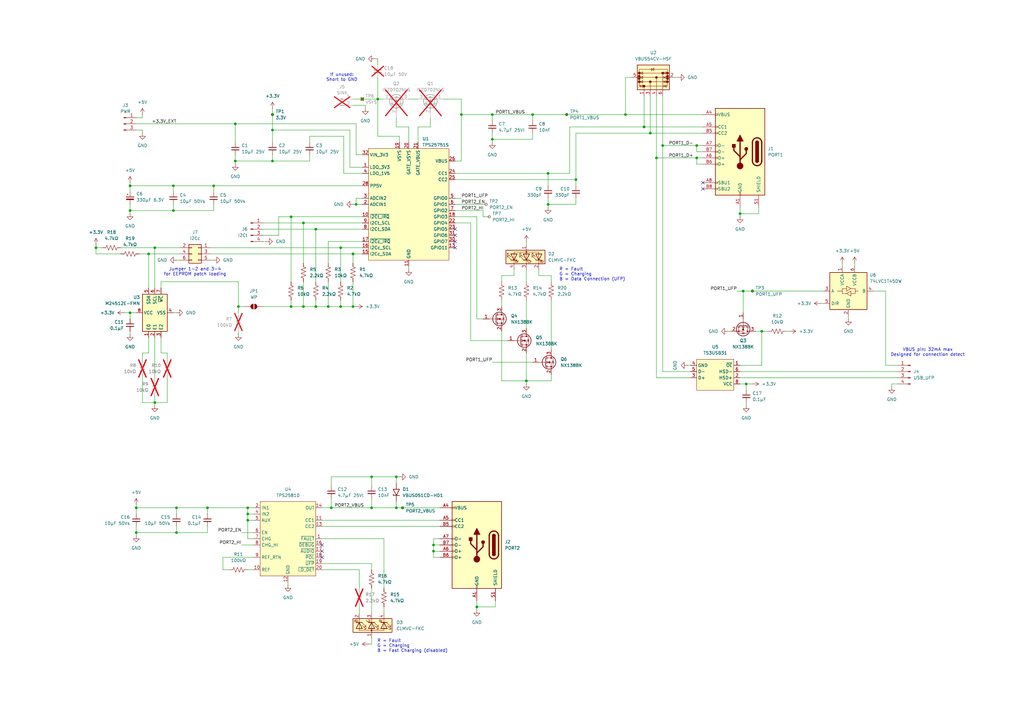
<source format=kicad_sch>
(kicad_sch (version 20250114) (generator "eeschema") (generator_version "9.0")
  (paper "A3")
  (text "Jumper 1-2 and 3-4\nfor EEPROM patch loading" (at 80.01 111.506 0) (effects (font (size 1.27 1.27))))
  (text "VBUS pin: 32mA max\nDesigned for connection detect" (at 380.492 144.526 0) (effects (font (size 1.27 1.27))))
  (text "R = Fault\nG = Charging\nB = Fast Charging (disabled)" (at 154.686 264.922 0) (effects (font (size 1.27 1.27)) (justify left)))
  (text "R = Fault\nG = Charging\nB = Data Connection (UFP)" (at 229.362 112.522 0) (effects (font (size 1.27 1.27)) (justify left)))
  (text "If unused:\nShort to GND" (at 140.208 31.75 0) (effects (font (size 1.27 1.27))))
  (junction (at 201.93 57.15))
  (junction (at 53.34 76.2))
  (junction (at 129.54 125.73))
  (junction (at 144.78 104.14))
  (junction (at 271.78 59.69))
  (junction (at 124.46 125.73))
  (junction (at 111.76 46.99))
  (junction (at 111.76 53.34))
  (junction (at 224.79 71.12))
  (junction (at 264.16 52.07))
  (junction (at 63.5 165.1))
  (junction (at 119.38 88.9))
  (junction (at 306.07 157.48))
  (junction (at 96.52 50.8))
  (junction (at 162.56 195.58))
  (junction (at 177.8 223.52))
  (junction (at 101.6 213.36))
  (junction (at 154.94 40.64))
  (junction (at 303.53 87.63))
  (junction (at 177.8 226.06))
  (junction (at 129.54 93.98))
  (junction (at 304.8 119.38))
  (junction (at 53.34 128.27))
  (junction (at 39.37 101.6))
  (junction (at 63.5 101.6))
  (junction (at 111.76 66.04))
  (junction (at 134.62 125.73))
  (junction (at 162.56 208.28))
  (junction (at 224.79 83.82))
  (junction (at 308.61 119.38))
  (junction (at 285.75 64.77))
  (junction (at 135.89 208.28))
  (junction (at 87.63 76.2))
  (junction (at 71.12 76.2))
  (junction (at 269.24 64.77))
  (junction (at 97.79 125.73))
  (junction (at 119.38 125.73))
  (junction (at 72.39 218.44))
  (junction (at 53.34 86.36))
  (junction (at 165.1 208.28))
  (junction (at 124.46 91.44))
  (junction (at 85.09 208.28))
  (junction (at 256.54 46.99))
  (junction (at 72.39 208.28))
  (junction (at 96.52 66.04))
  (junction (at 312.42 135.89))
  (junction (at 232.41 46.99))
  (junction (at 71.12 86.36))
  (junction (at 146.05 83.82))
  (junction (at 152.4 195.58))
  (junction (at 152.4 208.28))
  (junction (at 101.6 210.82))
  (junction (at 139.7 125.73))
  (junction (at 139.7 101.6))
  (junction (at 189.23 46.99))
  (junction (at 266.7 54.61))
  (junction (at 55.88 208.28))
  (junction (at 201.93 46.99))
  (junction (at 285.75 59.69))
  (junction (at 236.22 73.66))
  (junction (at 195.58 248.92))
  (junction (at 148.59 40.64))
  (junction (at 215.9 156.21))
  (junction (at 55.88 218.44))
  (junction (at 218.44 46.99))
  (junction (at 144.78 125.73))
  (junction (at 101.6 208.28))
  (junction (at 60.96 104.14))
  (no_connect (at 186.69 93.98))
  (no_connect (at 288.29 74.93))
  (no_connect (at 132.08 223.52))
  (no_connect (at 288.29 77.47))
  (no_connect (at 132.08 226.06))
  (no_connect (at 186.69 99.06))
  (no_connect (at 186.69 101.6))
  (no_connect (at 132.08 228.6))
  (no_connect (at 186.69 96.52))
  (wire (pts (xy 281.94 149.86) (xy 283.21 149.86)))
  (wire (pts (xy 86.36 106.68) (xy 87.63 106.68)))
  (wire (pts (xy 226.06 123.19) (xy 226.06 143.51)))
  (wire (pts (xy 236.22 54.61) (xy 236.22 73.66)))
  (wire (pts (xy 144.78 40.64) (xy 148.59 40.64)))
  (wire (pts (xy 189.23 46.99) (xy 201.93 46.99)))
  (wire (pts (xy 111.76 46.99) (xy 111.76 53.34)))
  (wire (pts (xy 71.12 86.36) (xy 53.34 86.36)))
  (wire (pts (xy 60.96 104.14) (xy 73.66 104.14)))
  (wire (pts (xy 162.56 52.07) (xy 162.56 48.26)))
  (wire (pts (xy 271.78 39.37) (xy 271.78 59.69)))
  (wire (pts (xy 154.94 40.64) (xy 157.48 40.64)))
  (wire (pts (xy 306.07 157.48) (xy 306.07 160.02)))
  (wire (pts (xy 53.34 130.81) (xy 53.34 128.27)))
  (wire (pts (xy 271.78 59.69) (xy 271.78 152.4)))
  (wire (pts (xy 288.29 62.23) (xy 285.75 62.23)))
  (wire (pts (xy 189.23 46.99) (xy 189.23 66.04)))
  (wire (pts (xy 167.64 58.42) (xy 167.64 52.07)))
  (wire (pts (xy 224.79 71.12) (xy 224.79 76.2)))
  (wire (pts (xy 124.46 115.57) (xy 124.46 125.73)))
  (wire (pts (xy 218.44 46.99) (xy 218.44 49.53)))
  (wire (pts (xy 152.4 261.62) (xy 152.4 264.16)))
  (wire (pts (xy 127 66.04) (xy 127 63.5)))
  (wire (pts (xy 205.74 156.21) (xy 215.9 156.21)))
  (wire (pts (xy 71.12 76.2) (xy 71.12 78.74)))
  (wire (pts (xy 101.6 220.98) (xy 101.6 213.36)))
  (wire (pts (xy 153.67 24.13) (xy 154.94 24.13)))
  (wire (pts (xy 233.68 52.07) (xy 264.16 52.07)))
  (wire (pts (xy 162.56 208.28) (xy 165.1 208.28)))
  (wire (pts (xy 306.07 157.48) (xy 308.61 157.48)))
  (wire (pts (xy 148.59 63.5) (xy 146.05 63.5)))
  (wire (pts (xy 266.7 54.61) (xy 288.29 54.61)))
  (wire (pts (xy 107.95 125.73) (xy 119.38 125.73)))
  (wire (pts (xy 53.34 74.93) (xy 53.34 76.2)))
  (wire (pts (xy 224.79 71.12) (xy 233.68 71.12)))
  (wire (pts (xy 152.4 233.68) (xy 152.4 231.14)))
  (wire (pts (xy 181.61 40.64) (xy 189.23 40.64)))
  (wire (pts (xy 57.15 104.14) (xy 60.96 104.14)))
  (wire (pts (xy 215.9 123.19) (xy 215.9 134.62)))
  (wire (pts (xy 58.42 144.78) (xy 58.42 147.32)))
  (wire (pts (xy 220.98 113.03) (xy 226.06 113.03)))
  (wire (pts (xy 58.42 53.34) (xy 58.42 54.61)))
  (wire (pts (xy 132.08 233.68) (xy 147.32 233.68)))
  (wire (pts (xy 99.06 223.52) (xy 104.14 223.52)))
  (wire (pts (xy 215.9 110.49) (xy 215.9 115.57)))
  (wire (pts (xy 147.32 233.68) (xy 147.32 241.3)))
  (wire (pts (xy 96.52 66.04) (xy 96.52 67.31)))
  (wire (pts (xy 177.8 226.06) (xy 180.34 226.06)))
  (wire (pts (xy 195.58 248.92) (xy 195.58 250.19)))
  (wire (pts (xy 146.05 63.5) (xy 146.05 50.8)))
  (wire (pts (xy 149.86 44.45) (xy 149.86 43.18)))
  (wire (pts (xy 55.88 218.44) (xy 55.88 219.71)))
  (wire (pts (xy 60.96 144.78) (xy 58.42 144.78)))
  (wire (pts (xy 119.38 88.9) (xy 148.59 88.9)))
  (wire (pts (xy 101.6 233.68) (xy 104.14 233.68)))
  (wire (pts (xy 186.69 91.44) (xy 193.04 91.44)))
  (wire (pts (xy 114.3 96.52) (xy 114.3 88.9)))
  (wire (pts (xy 171.45 52.07) (xy 171.45 58.42)))
  (wire (pts (xy 269.24 39.37) (xy 269.24 64.77)))
  (wire (pts (xy 39.37 101.6) (xy 39.37 104.14)))
  (wire (pts (xy 101.6 213.36) (xy 104.14 213.36)))
  (wire (pts (xy 101.6 220.98) (xy 104.14 220.98)))
  (wire (pts (xy 363.22 149.86) (xy 368.3 149.86)))
  (wire (pts (xy 220.98 110.49) (xy 220.98 113.03)))
  (wire (pts (xy 195.58 88.9) (xy 186.69 88.9)))
  (wire (pts (xy 226.06 153.67) (xy 226.06 156.21)))
  (wire (pts (xy 139.7 125.73) (xy 134.62 125.73)))
  (wire (pts (xy 186.69 86.36) (xy 198.12 86.36)))
  (wire (pts (xy 266.7 39.37) (xy 266.7 54.61)))
  (wire (pts (xy 111.76 66.04) (xy 127 66.04)))
  (wire (pts (xy 132.08 215.9) (xy 180.34 215.9)))
  (wire (pts (xy 119.38 123.19) (xy 119.38 125.73)))
  (wire (pts (xy 63.5 162.56) (xy 63.5 165.1)))
  (wire (pts (xy 58.42 48.26) (xy 58.42 46.99)))
  (wire (pts (xy 368.3 157.48) (xy 365.76 157.48)))
  (wire (pts (xy 269.24 64.77) (xy 269.24 154.94)))
  (wire (pts (xy 71.12 83.82) (xy 71.12 86.36)))
  (wire (pts (xy 72.39 215.9) (xy 72.39 218.44)))
  (wire (pts (xy 162.56 195.58) (xy 152.4 195.58)))
  (wire (pts (xy 147.32 248.92) (xy 147.32 251.46)))
  (wire (pts (xy 154.94 55.88) (xy 154.94 40.64)))
  (wire (pts (xy 236.22 54.61) (xy 266.7 54.61)))
  (wire (pts (xy 303.53 152.4) (xy 368.3 152.4)))
  (wire (pts (xy 177.8 228.6) (xy 180.34 228.6)))
  (wire (pts (xy 201.93 54.61) (xy 201.93 57.15)))
  (wire (pts (xy 303.53 85.09) (xy 303.53 87.63)))
  (wire (pts (xy 285.75 59.69) (xy 288.29 59.69)))
  (wire (pts (xy 66.04 115.57) (xy 97.79 115.57)))
  (wire (pts (xy 140.97 71.12) (xy 140.97 55.88)))
  (wire (pts (xy 134.62 107.95) (xy 134.62 99.06)))
  (wire (pts (xy 177.8 226.06) (xy 177.8 228.6)))
  (wire (pts (xy 87.63 83.82) (xy 87.63 86.36)))
  (wire (pts (xy 72.39 210.82) (xy 72.39 208.28)))
  (wire (pts (xy 119.38 115.57) (xy 119.38 88.9)))
  (wire (pts (xy 53.34 137.16) (xy 53.34 135.89)))
  (wire (pts (xy 218.44 54.61) (xy 218.44 57.15)))
  (wire (pts (xy 87.63 86.36) (xy 71.12 86.36)))
  (wire (pts (xy 111.76 63.5) (xy 111.76 66.04)))
  (wire (pts (xy 53.34 128.27) (xy 55.88 128.27)))
  (wire (pts (xy 55.88 48.26) (xy 58.42 48.26)))
  (wire (pts (xy 350.52 107.95) (xy 350.52 109.22)))
  (wire (pts (xy 365.76 157.48) (xy 365.76 158.75)))
  (wire (pts (xy 68.58 154.94) (xy 68.58 165.1)))
  (wire (pts (xy 39.37 104.14) (xy 49.53 104.14)))
  (wire (pts (xy 63.5 165.1) (xy 63.5 166.37)))
  (wire (pts (xy 269.24 64.77) (xy 285.75 64.77)))
  (wire (pts (xy 152.4 241.3) (xy 152.4 251.46)))
  (wire (pts (xy 63.5 101.6) (xy 73.66 101.6)))
  (wire (pts (xy 124.46 91.44) (xy 124.46 107.95)))
  (wire (pts (xy 144.78 125.73) (xy 139.7 125.73)))
  (wire (pts (xy 152.4 231.14) (xy 132.08 231.14)))
  (wire (pts (xy 97.79 135.89) (xy 97.79 137.16)))
  (wire (pts (xy 311.15 87.63) (xy 303.53 87.63)))
  (wire (pts (xy 157.48 248.92) (xy 157.48 251.46)))
  (wire (pts (xy 186.69 83.82) (xy 199.39 83.82)))
  (wire (pts (xy 144.78 83.82) (xy 146.05 83.82)))
  (wire (pts (xy 132.08 208.28) (xy 135.89 208.28)))
  (wire (pts (xy 198.12 88.9) (xy 200.66 88.9)))
  (wire (pts (xy 232.41 46.99) (xy 256.54 46.99)))
  (wire (pts (xy 215.9 99.06) (xy 215.9 100.33)))
  (wire (pts (xy 201.93 46.99) (xy 218.44 46.99)))
  (wire (pts (xy 68.58 144.78) (xy 66.04 144.78)))
  (wire (pts (xy 276.86 31.75) (xy 278.13 31.75)))
  (wire (pts (xy 152.4 204.47) (xy 152.4 208.28)))
  (wire (pts (xy 71.12 76.2) (xy 53.34 76.2)))
  (wire (pts (xy 104.14 228.6) (xy 91.44 228.6)))
  (wire (pts (xy 85.09 218.44) (xy 85.09 215.9)))
  (wire (pts (xy 154.94 24.13) (xy 154.94 26.67)))
  (wire (pts (xy 336.55 124.46) (xy 337.82 124.46)))
  (wire (pts (xy 86.36 104.14) (xy 144.78 104.14)))
  (wire (pts (xy 224.79 81.28) (xy 224.79 83.82)))
  (wire (pts (xy 163.83 55.88) (xy 154.94 55.88)))
  (wire (pts (xy 152.4 208.28) (xy 162.56 208.28)))
  (wire (pts (xy 303.53 149.86) (xy 312.42 149.86)))
  (wire (pts (xy 271.78 59.69) (xy 285.75 59.69)))
  (wire (pts (xy 97.79 115.57) (xy 97.79 125.73)))
  (wire (pts (xy 114.3 88.9) (xy 119.38 88.9)))
  (wire (pts (xy 167.64 40.64) (xy 171.45 40.64)))
  (wire (pts (xy 144.78 125.73) (xy 146.05 125.73)))
  (wire (pts (xy 97.79 125.73) (xy 97.79 128.27)))
  (wire (pts (xy 193.04 139.7) (xy 208.28 139.7)))
  (wire (pts (xy 163.83 58.42) (xy 163.83 55.88)))
  (wire (pts (xy 152.4 195.58) (xy 135.89 195.58)))
  (wire (pts (xy 72.39 208.28) (xy 85.09 208.28)))
  (wire (pts (xy 87.63 76.2) (xy 87.63 78.74)))
  (wire (pts (xy 236.22 81.28) (xy 236.22 83.82)))
  (wire (pts (xy 157.48 241.3) (xy 157.48 220.98)))
  (wire (pts (xy 101.6 210.82) (xy 104.14 210.82)))
  (wire (pts (xy 129.54 125.73) (xy 124.46 125.73)))
  (wire (pts (xy 271.78 152.4) (xy 283.21 152.4)))
  (wire (pts (xy 60.96 104.14) (xy 60.96 118.11)))
  (wire (pts (xy 139.7 123.19) (xy 139.7 125.73)))
  (wire (pts (xy 146.05 83.82) (xy 148.59 83.82)))
  (wire (pts (xy 149.86 43.18) (xy 144.78 43.18)))
  (wire (pts (xy 107.95 93.98) (xy 129.54 93.98)))
  (wire (pts (xy 256.54 31.75) (xy 256.54 46.99)))
  (wire (pts (xy 55.88 218.44) (xy 72.39 218.44)))
  (wire (pts (xy 195.58 130.81) (xy 195.58 88.9)))
  (wire (pts (xy 363.22 119.38) (xy 363.22 149.86)))
  (wire (pts (xy 193.04 91.44) (xy 193.04 139.7)))
  (wire (pts (xy 198.12 86.36) (xy 198.12 88.9)))
  (wire (pts (xy 144.78 104.14) (xy 148.59 104.14)))
  (wire (pts (xy 91.44 228.6) (xy 91.44 233.68)))
  (wire (pts (xy 134.62 115.57) (xy 134.62 125.73)))
  (wire (pts (xy 306.07 165.1) (xy 306.07 166.37)))
  (wire (pts (xy 148.59 71.12) (xy 140.97 71.12)))
  (wire (pts (xy 58.42 154.94) (xy 58.42 165.1)))
  (wire (pts (xy 233.68 71.12) (xy 233.68 52.07)))
  (wire (pts (xy 97.79 125.73) (xy 100.33 125.73)))
  (wire (pts (xy 68.58 147.32) (xy 68.58 144.78)))
  (wire (pts (xy 311.15 85.09) (xy 311.15 87.63)))
  (wire (pts (xy 148.59 40.64) (xy 154.94 40.64)))
  (wire (pts (xy 63.5 118.11) (xy 63.5 101.6)))
  (wire (pts (xy 256.54 46.99) (xy 288.29 46.99)))
  (wire (pts (xy 72.39 106.68) (xy 73.66 106.68)))
  (wire (pts (xy 304.8 128.27) (xy 304.8 119.38)))
  (wire (pts (xy 285.75 67.31) (xy 285.75 64.77)))
  (wire (pts (xy 107.95 99.06) (xy 109.22 99.06)))
  (wire (pts (xy 96.52 63.5) (xy 96.52 66.04)))
  (wire (pts (xy 129.54 115.57) (xy 129.54 93.98)))
  (wire (pts (xy 201.93 57.15) (xy 201.93 58.42)))
  (wire (pts (xy 264.16 39.37) (xy 264.16 52.07)))
  (wire (pts (xy 139.7 101.6) (xy 148.59 101.6)))
  (wire (pts (xy 129.54 93.98) (xy 148.59 93.98)))
  (wire (pts (xy 302.26 119.38) (xy 304.8 119.38)))
  (wire (pts (xy 55.88 208.28) (xy 72.39 208.28)))
  (wire (pts (xy 312.42 135.89) (xy 309.88 135.89)))
  (wire (pts (xy 162.56 205.74) (xy 162.56 208.28)))
  (wire (pts (xy 148.59 91.44) (xy 124.46 91.44)))
  (wire (pts (xy 165.1 208.28) (xy 180.34 208.28)))
  (wire (pts (xy 167.64 109.22) (xy 167.64 110.49)))
  (wire (pts (xy 264.16 52.07) (xy 288.29 52.07)))
  (wire (pts (xy 49.53 101.6) (xy 63.5 101.6)))
  (wire (pts (xy 71.12 76.2) (xy 87.63 76.2)))
  (wire (pts (xy 139.7 101.6) (xy 139.7 115.57)))
  (wire (pts (xy 157.48 220.98) (xy 132.08 220.98)))
  (wire (pts (xy 66.04 144.78) (xy 66.04 138.43)))
  (wire (pts (xy 176.53 48.26) (xy 176.53 52.07)))
  (wire (pts (xy 118.11 238.76) (xy 118.11 240.03)))
  (wire (pts (xy 177.8 223.52) (xy 177.8 226.06)))
  (wire (pts (xy 218.44 46.99) (xy 232.41 46.99)))
  (wire (pts (xy 299.72 135.89) (xy 298.45 135.89)))
  (wire (pts (xy 285.75 64.77) (xy 288.29 64.77)))
  (wire (pts (xy 269.24 154.94) (xy 283.21 154.94)))
  (wire (pts (xy 180.34 220.98) (xy 177.8 220.98)))
  (wire (pts (xy 135.89 204.47) (xy 135.89 208.28)))
  (wire (pts (xy 53.34 76.2) (xy 53.34 78.74)))
  (wire (pts (xy 107.95 96.52) (xy 114.3 96.52)))
  (wire (pts (xy 124.46 125.73) (xy 119.38 125.73)))
  (wire (pts (xy 134.62 99.06) (xy 148.59 99.06)))
  (wire (pts (xy 50.8 128.27) (xy 53.34 128.27)))
  (wire (pts (xy 347.98 129.54) (xy 347.98 130.81)))
  (wire (pts (xy 55.88 53.34) (xy 58.42 53.34)))
  (wire (pts (xy 162.56 195.58) (xy 162.56 198.12)))
  (wire (pts (xy 134.62 125.73) (xy 129.54 125.73)))
  (wire (pts (xy 101.6 210.82) (xy 101.6 208.28)))
  (wire (pts (xy 226.06 156.21) (xy 215.9 156.21)))
  (wire (pts (xy 60.96 138.43) (xy 60.96 144.78)))
  (wire (pts (xy 210.82 110.49) (xy 210.82 113.03)))
  (wire (pts (xy 308.61 119.38) (xy 337.82 119.38)))
  (wire (pts (xy 201.93 46.99) (xy 201.93 49.53)))
  (wire (pts (xy 177.8 220.98) (xy 177.8 223.52)))
  (wire (pts (xy 205.74 113.03) (xy 205.74 115.57)))
  (wire (pts (xy 177.8 223.52) (xy 180.34 223.52)))
  (wire (pts (xy 143.51 68.58) (xy 143.51 53.34)))
  (wire (pts (xy 314.96 135.89) (xy 312.42 135.89)))
  (wire (pts (xy 203.2 248.92) (xy 195.58 248.92)))
  (wire (pts (xy 215.9 156.21) (xy 215.9 157.48)))
  (wire (pts (xy 303.53 87.63) (xy 303.53 88.9)))
  (wire (pts (xy 140.97 55.88) (xy 127 55.88)))
  (wire (pts (xy 205.74 135.89) (xy 205.74 156.21)))
  (wire (pts (xy 163.83 195.58) (xy 162.56 195.58)))
  (wire (pts (xy 39.37 100.33) (xy 39.37 101.6)))
  (wire (pts (xy 107.95 91.44) (xy 124.46 91.44)))
  (wire (pts (xy 146.05 83.82) (xy 146.05 81.28)))
  (wire (pts (xy 186.69 73.66) (xy 236.22 73.66)))
  (wire (pts (xy 203.2 246.38) (xy 203.2 248.92)))
  (wire (pts (xy 96.52 50.8) (xy 96.52 58.42)))
  (wire (pts (xy 224.79 83.82) (xy 224.79 85.09)))
  (wire (pts (xy 146.05 50.8) (xy 96.52 50.8)))
  (wire (pts (xy 215.9 144.78) (xy 215.9 156.21)))
  (wire (pts (xy 85.09 208.28) (xy 101.6 208.28)))
  (wire (pts (xy 186.69 81.28) (xy 189.23 81.28)))
  (wire (pts (xy 210.82 113.03) (xy 205.74 113.03)))
  (wire (pts (xy 63.5 138.43) (xy 63.5 154.94)))
  (wire (pts (xy 85.09 210.82) (xy 85.09 208.28)))
  (wire (pts (xy 323.85 135.89) (xy 322.58 135.89)))
  (wire (pts (xy 129.54 123.19) (xy 129.54 125.73)))
  (wire (pts (xy 111.76 53.34) (xy 111.76 58.42)))
  (wire (pts (xy 167.64 52.07) (xy 162.56 52.07)))
  (wire (pts (xy 288.29 67.31) (xy 285.75 67.31)))
  (wire (pts (xy 146.05 81.28) (xy 148.59 81.28)))
  (wire (pts (xy 144.78 115.57) (xy 144.78 125.73)))
  (wire (pts (xy 148.59 76.2) (xy 87.63 76.2)))
  (wire (pts (xy 55.88 215.9) (xy 55.88 218.44)))
  (wire (pts (xy 101.6 213.36) (xy 101.6 210.82)))
  (wire (pts (xy 96.52 66.04) (xy 111.76 66.04)))
  (wire (pts (xy 201.93 148.59) (xy 218.44 148.59)))
  (wire (pts (xy 195.58 246.38) (xy 195.58 248.92)))
  (wire (pts (xy 127 55.88) (xy 127 58.42)))
  (wire (pts (xy 236.22 83.82) (xy 224.79 83.82)))
  (wire (pts (xy 53.34 86.36) (xy 53.34 87.63)))
  (wire (pts (xy 72.39 218.44) (xy 85.09 218.44)))
  (wire (pts (xy 148.59 68.58) (xy 143.51 68.58)))
  (wire (pts (xy 176.53 52.07) (xy 171.45 52.07)))
  (wire (pts (xy 304.8 119.38) (xy 308.61 119.38)))
  (wire (pts (xy 135.89 195.58) (xy 135.89 199.39)))
  (wire (pts (xy 198.12 130.81) (xy 195.58 130.81)))
  (wire (pts (xy 39.37 101.6) (xy 41.91 101.6)))
  (wire (pts (xy 285.75 62.23) (xy 285.75 59.69)))
  (wire (pts (xy 154.94 31.75) (xy 154.94 40.64)))
  (wire (pts (xy 71.12 128.27) (xy 72.39 128.27)))
  (wire (pts (xy 259.08 31.75) (xy 256.54 31.75)))
  (wire (pts (xy 189.23 40.64) (xy 189.23 46.99)))
  (wire (pts (xy 55.88 50.8) (xy 96.52 50.8)))
  (wire (pts (xy 55.88 207.01) (xy 55.88 208.28)))
  (wire (pts (xy 58.42 165.1) (xy 63.5 165.1)))
  (wire (pts (xy 86.36 101.6) (xy 139.7 101.6)))
  (wire (pts (xy 144.78 104.14) (xy 144.78 107.95)))
  (wire (pts (xy 111.76 44.45) (xy 111.76 46.99)))
  (wire (pts (xy 55.88 210.82) (xy 55.88 208.28)))
  (wire (pts (xy 226.06 113.03) (xy 226.06 115.57)))
  (wire (pts (xy 218.44 57.15) (xy 201.93 57.15)))
  (wire (pts (xy 358.14 119.38) (xy 363.22 119.38)))
  (wire (pts (xy 189.23 66.04) (xy 186.69 66.04)))
  (wire (pts (xy 186.69 71.12) (xy 224.79 71.12)))
  (wire (pts (xy 205.74 123.19) (xy 205.74 125.73)))
  (wire (pts (xy 303.53 154.94) (xy 368.3 154.94)))
  (wire (pts (xy 132.08 213.36) (xy 180.34 213.36)))
  (wire (pts (xy 236.22 73.66) (xy 236.22 76.2)))
  (wire (pts (xy 68.58 165.1) (xy 63.5 165.1)))
  (wire (pts (xy 91.44 233.68) (xy 93.98 233.68)))
  (wire (pts (xy 152.4 264.16) (xy 151.13 264.16)))
  (wire (pts (xy 135.89 208.28) (xy 152.4 208.28)))
  (wire (pts (xy 66.04 118.11) (xy 66.04 115.57)))
  (wire (pts (xy 345.44 107.95) (xy 345.44 109.22)))
  (wire (pts (xy 303.53 157.48) (xy 306.07 157.48)))
  (wire (pts (xy 143.51 53.34) (xy 111.76 53.34)))
  (wire (pts (xy 101.6 208.28) (xy 104.14 208.28)))
  (wire (pts (xy 53.34 83.82) (xy 53.34 86.36)))
  (wire (pts (xy 152.4 195.58) (xy 152.4 199.39)))
  (wire (pts (xy 99.06 218.44) (xy 104.14 218.44)))
  (wire (pts (xy 312.42 149.86) (xy 312.42 135.89)))
  (label "PORT2_HI" (at 189.23 86.36 0))
  (label "PORT1_D-" (at 274.32 59.69 0))
  (label "PORT2_EN" (at 189.23 83.82 0))
  (label "PORT1_UFP" (at 201.93 148.59 180))
  (label "PORT2_VBUS" (at 137.16 208.28 0))
  (label "PORT1_UFP" (at 189.23 81.28 0))
  (label "PORT1_UFP" (at 302.26 119.38 180))
  (label "PORT2_EN" (at 99.06 218.44 180))
  (label "PORT1_D+" (at 274.32 64.77 0))
  (label "PORT1_VBUS" (at 203.2 46.99 0))
  (label "+3.3V_EXT" (at 62.23 50.8 0))
  (label "PORT2_HI" (at 99.06 223.52 180))
  (symbol (lib_id "Jumper:SolderJumper_2_Open") (at 104.14 125.73 0) (unit 1) (in_bom no)
    (property "Reference" "JP1" (at 104.14 119.38 0))
    (property "Value" "WP" (at 104.14 121.92 0))
    (property "Footprint" "Jumper:SolderJumper-2_P1.3mm_Open_RoundedPad1.0x1.5mm" (effects (hide yes)))
    (property "Description" "Solder Jumper, 2-pole, open" (effects (hide yes)))
  )
  (symbol (lib_id "Device:C_Small") (at 306.07 162.56 0) (mirror y) (unit 1)
    (property "Reference" "C17" (at 308.61 161.2962 0) (effects (justify right)))
    (property "Value" "0.1μF" (at 308.61 163.8362 0) (effects (justify right)))
    (property "Footprint" "Capacitor_SMD:C_0603_1608Metric" (effects (hide yes)))
    (property "Description" "Unpolarized capacitor, small symbol" (effects (hide yes)))
  )
  (symbol (lib_id "power:GND") (at 278.13 31.75 90) (unit 1)
    (property "Reference" "#PWR021" (effects (hide yes)))
    (property "Value" "GND" (at 281.94 31.7499 90) (effects (justify right)))
    (property "Description" "Power symbol creates a global label with name \"GND\" , ground" (effects (hide yes)))
  )
  (symbol (lib_id "Connector:USB_C_Receptacle_USB2.0_14P") (at 195.58 223.52 0) (mirror y) (unit 1)
    (property "Reference" "J2" (at 207.01 222.2499 0) (effects (justify right)))
    (property "Value" "PORT2" (at 207.01 224.7899 0) (effects (justify right)))
    (property "Footprint" "BW_Connectors:USB_C_Receptacle_Amphenol_12402082E512A" (effects (hide yes)))
    (property "Datasheet" "https://www.usb.org/sites/default/files/documents/usb_type-c.zip" (effects (hide yes)))
    (property "Description" "USB 2.0-only 14P Type-C Receptacle connector" (effects (hide yes)))
  )
  (symbol (lib_id "Device:C_Small") (at 236.22 78.74 0) (mirror y) (unit 1)
    (property "Reference" "C10" (at 233.68 77.4762 0) (effects (justify left)))
    (property "Value" "330pF" (at 233.68 80.0162 0) (effects (justify left)))
    (property "Footprint" "Capacitor_SMD:C_0603_1608Metric" (effects (hide yes)))
    (property "Description" "Unpolarized capacitor, small symbol" (effects (hide yes)))
  )
  (symbol (lib_id "Device:C_Small") (at 71.12 81.28 0) (unit 1)
    (property "Reference" "C4" (at 73.66 80.0162 0) (effects (justify left)))
    (property "Value" "10μF 50Vs" (at 73.66 82.5562 0) (effects (justify left)))
    (property "Footprint" "Capacitor_SMD:C_0805_2012Metric" (effects (hide yes)))
    (property "Description" "Unpolarized capacitor, small symbol" (effects (hide yes)))
  )
  (symbol (lib_id "Device:R_US") (at 205.74 119.38 0) (unit 1)
    (property "Reference" "R13" (at 208.28 118.1099 0) (effects (justify left)))
    (property "Value" "4.7kΩ" (at 208.28 120.6499 0) (effects (justify left)))
    (property "Footprint" "Resistor_SMD:R_0603_1608Metric" (effects (hide yes)))
    (property "Description" "Resistor, US symbol" (effects (hide yes)))
  )
  (symbol (lib_id "power:GND") (at 72.39 128.27 90) (unit 1)
    (property "Reference" "#PWR08" (effects (hide yes)))
    (property "Value" "GND" (at 76.2 128.2699 90) (effects (justify right)))
    (property "Description" "Power symbol creates a global label with name \"GND\" , ground" (effects (hide yes)))
  )
  (symbol (lib_id "Device:R_US") (at 63.5 158.75 0) (mirror y) (unit 1) (dnp yes)
    (property "Reference" "R9" (at 60.96 157.4799 0) (effects (justify left)))
    (property "Value" "10kΩ" (at 60.96 160.0199 0) (effects (justify left)))
    (property "Footprint" "Resistor_SMD:R_0603_1608Metric" (effects (hide yes)))
    (property "Description" "Resistor, US symbol" (effects (hide yes)))
  )
  (symbol (lib_id "Device:R_US") (at 124.46 111.76 0) (unit 1)
    (property "Reference" "R5" (at 127 110.4899 0) (effects (justify left)))
    (property "Value" "2.2kΩ" (at 127 113.0299 0) (effects (justify left)))
    (property "Footprint" "Resistor_SMD:R_0603_1608Metric" (effects (hide yes)))
    (property "Description" "Resistor, US symbol" (effects (hide yes)))
  )
  (symbol (lib_id "Device:C_Small") (at 55.88 213.36 0) (mirror y) (unit 1)
    (property "Reference" "C16" (at 53.34 212.0962 0) (effects (justify left)))
    (property "Value" "10μF 50Vs" (at 53.34 214.6362 0) (effects (justify left)))
    (property "Footprint" "Capacitor_SMD:C_0805_2012Metric" (effects (hide yes)))
    (property "Description" "Unpolarized capacitor, small symbol" (effects (hide yes)))
  )
  (symbol (lib_id "Device:C_Small") (at 201.93 52.07 0) (unit 1)
    (property "Reference" "C7" (at 204.47 50.8062 0) (effects (justify left)))
    (property "Value" "4.7μF 25Vl" (at 204.47 53.3462 0) (effects (justify left)))
    (property "Footprint" "Capacitor_SMD:C_0805_2012Metric" (effects (hide yes)))
    (property "Description" "Unpolarized capacitor, small symbol" (effects (hide yes)))
  )
  (symbol (lib_id "BW-Active:D_TVS_Unidirectional") (at 162.56 201.93 90) (unit 1)
    (property "Reference" "D1" (at 165.1 200.6599 90) (effects (justify right)))
    (property "Value" "VBUS051CD-HD1" (at 165.1 203.1999 90) (effects (justify right)))
    (property "Footprint" "Diode_SMD:D_0402_1005Metric" (effects (hide yes)))
    (property "Description" "Unidirectional transient-voltage-suppression diode" (effects (hide yes)))
  )
  (symbol (lib_id "Device:R_US") (at 152.4 237.49 0) (unit 1)
    (property "Reference" "R16" (at 154.94 236.2199 0) (effects (justify left)))
    (property "Value" "4.7kΩ" (at 154.94 238.7599 0) (effects (justify left)))
    (property "Footprint" "Resistor_SMD:R_0603_1608Metric" (effects (hide yes)))
    (property "Description" "Resistor, US symbol" (effects (hide yes)))
  )
  (symbol (lib_id "power:+3.3V") (at 345.44 107.95 0) (unit 1)
    (property "Reference" "#PWR023" (effects (hide yes)))
    (property "Value" "+3.3V" (at 345.44 102.87 0))
    (property "Description" "Power symbol creates a global label with name \"+3.3V\"" (effects (hide yes)))
  )
  (symbol (lib_id "Connector:TestPoint_Small") (at 308.61 119.38 0) (unit 1)
    (property "Reference" "TP3" (at 309.88 118.1099 0) (effects (justify left)))
    (property "Value" "PORT1_UFP" (at 309.88 120.6499 0) (effects (justify left)))
    (property "Footprint" "BW_PassiveMechanical:TP_0603_1608Metric_Fused" (effects (hide yes)))
    (property "Description" "test point" (effects (hide yes)))
  )
  (symbol (lib_id "BW-Active:TS3USB31") (at 293.37 153.67 180) (unit 1)
    (property "Reference" "U5" (at 293.37 142.24 0))
    (property "Value" "TS3USB31" (at 293.37 144.78 0))
    (property "Footprint" "BW_Active:Texas_RSE0008A_UQFN-8_1.5x1.5mm_P0.5mm" (effects (hide yes)))
    (property "Datasheet" "https://www.ti.com/lit/ds/symlink/ts3usb31.pdf" (effects (hide yes)))
    (property "Description" "USB 2.0 bus isolation switch (SPST)" (effects (hide yes)))
  )
  (symbol (lib_id "power:GND") (at 201.93 58.42 0) (unit 1)
    (property "Reference" "#PWR013" (effects (hide yes)))
    (property "Value" "GND" (at 201.93 63.5 0))
    (property "Description" "Power symbol creates a global label with name \"GND\" , ground" (effects (hide yes)))
  )
  (symbol (lib_id "Device:R_US") (at 147.32 245.11 0) (unit 1) (dnp yes)
    (property "Reference" "R17" (at 149.86 243.8399 0) (effects (justify left)))
    (property "Value" "2.2kΩ" (at 149.86 246.3799 0) (effects (justify left)))
    (property "Footprint" "Resistor_SMD:R_0603_1608Metric" (effects (hide yes)))
    (property "Description" "Resistor, US symbol" (effects (hide yes)))
  )
  (symbol (lib_id "Device:C_Small") (at 224.79 78.74 0) (mirror y) (unit 1)
    (property "Reference" "C9" (at 222.25 77.4762 0) (effects (justify left)))
    (property "Value" "330pF" (at 222.25 80.0162 0) (effects (justify left)))
    (property "Footprint" "Capacitor_SMD:C_0603_1608Metric" (effects (hide yes)))
    (property "Description" "Unpolarized capacitor, small symbol" (effects (hide yes)))
  )
  (symbol (lib_id "power:GND") (at 97.79 137.16 0) (unit 1)
    (property "Reference" "#PWR07" (effects (hide yes)))
    (property "Value" "GND" (at 97.79 142.24 0))
    (property "Description" "Power symbol creates a global label with name \"GND\" , ground" (effects (hide yes)))
  )
  (symbol (lib_id "power:+5V") (at 53.34 74.93 0) (unit 1)
    (property "Reference" "#PWR04" (effects (hide yes)))
    (property "Value" "+5V" (at 53.34 69.85 0))
    (property "Description" "Power symbol creates a global label with name \"+5V\"" (effects (hide yes)))
  )
  (symbol (lib_id "Device:R_US") (at 144.78 111.76 0) (unit 1)
    (property "Reference" "R1" (at 147.32 110.4899 0) (effects (justify left)))
    (property "Value" "4.7kΩ" (at 147.32 113.0299 0) (effects (justify left)))
    (property "Footprint" "Resistor_SMD:R_0603_1608Metric" (effects (hide yes)))
    (property "Description" "Resistor, US symbol" (effects (hide yes)))
  )
  (symbol (lib_id "Device:R_US") (at 215.9 119.38 0) (unit 1)
    (property "Reference" "R14" (at 218.44 118.1099 0) (effects (justify left)))
    (property "Value" "4.7kΩ" (at 218.44 120.6499 0) (effects (justify left)))
    (property "Footprint" "Resistor_SMD:R_0603_1608Metric" (effects (hide yes)))
    (property "Description" "Resistor, US symbol" (effects (hide yes)))
  )
  (symbol (lib_id "power:GND") (at 72.39 106.68 270) (unit 1)
    (property "Reference" "#PWR039" (effects (hide yes)))
    (property "Value" "GND" (at 68.58 106.6799 90) (effects (justify right)))
    (property "Description" "Power symbol creates a global label with name \"GND\" , ground" (effects (hide yes)))
  )
  (symbol (lib_id "power:GND") (at 63.5 166.37 0) (unit 1)
    (property "Reference" "#PWR011" (effects (hide yes)))
    (property "Value" "GND" (at 63.5 171.45 0))
    (property "Description" "Power symbol creates a global label with name \"GND\" , ground" (effects (hide yes)))
  )
  (symbol (lib_id "Device:C_Small") (at 152.4 201.93 0) (unit 1)
    (property "Reference" "C13" (at 154.94 200.6662 0) (effects (justify left)))
    (property "Value" "10nF" (at 154.94 203.2062 0) (effects (justify left)))
    (property "Footprint" "Capacitor_SMD:C_0603_1608Metric" (effects (hide yes)))
    (property "Description" "Unpolarized capacitor, small symbol" (effects (hide yes)))
  )
  (symbol (lib_id "Memory_EEPROM:M24C02-FMN") (at 63.5 128.27 90) (unit 1)
    (property "Reference" "U3" (at 57.404 121.92 90) (effects (justify left)))
    (property "Value" "M24512E-FMN" (at 57.404 124.46 90) (effects (justify left)))
    (property "Footprint" "Package_SO:SOIC-8_3.9x4.9mm_P1.27mm" (effects (hide yes)))
    (property "Datasheet" "http://www.st.com/content/ccc/resource/technical/document/datasheet/b0/d8/50/40/5a/85/49/6f/DM00071904.pdf/files/DM00071904.pdf/jcr:content/translations/en.DM00071904.pdf" (effects (hide yes)))
    (property "Description" "2Kb (256x8) I2C Serial EEPROM, 1.6-5.5V, SOIC-8" (effects (hide yes)))
  )
  (symbol (lib_id "Device:C_Small") (at 135.89 201.93 0) (unit 1)
    (property "Reference" "C12" (at 138.43 200.6662 0) (effects (justify left)))
    (property "Value" "4.7μF 25Vl" (at 138.43 203.2062 0) (effects (justify left)))
    (property "Footprint" "Capacitor_SMD:C_0805_2012Metric" (effects (hide yes)))
    (property "Description" "Unpolarized capacitor, small symbol" (effects (hide yes)))
  )
  (symbol (lib_id "Device:R_US") (at 97.79 233.68 90) (unit 1)
    (property "Reference" "R11" (at 97.79 227.33 90))
    (property "Value" "100kΩ" (at 97.79 229.87 90))
    (property "Footprint" "Resistor_SMD:R_0603_1608Metric" (effects (hide yes)))
    (property "Description" "Resistor, US symbol" (effects (hide yes)))
  )
  (symbol (lib_id "Device:LED_ABGR") (at 152.4 256.54 270) (unit 1)
    (property "Reference" "D3" (at 162.56 255.2699 90) (effects (justify left)))
    (property "Value" "CLMVC-FKC" (at 162.56 257.8099 90) (effects (justify left)))
    (property "Footprint" "BW_Active:LED_Cree-PLCC4_2x2mm_CW" (effects (hide yes)))
    (property "Description" "RGB LED, anode/blue/green/red" (effects (hide yes)))
  )
  (symbol (lib_id "Device:LED_ABGR") (at 215.9 105.41 90) (unit 1)
    (property "Reference" "D2" (at 224.79 104.1399 90) (effects (justify right)))
    (property "Value" "CLMVC-FKC" (at 224.79 106.6799 90) (effects (justify right)))
    (property "Footprint" "BW_Active:LED_Cree-PLCC4_2x2mm_CW" (effects (hide yes)))
    (property "Description" "RGB LED, anode/blue/green/red" (effects (hide yes)))
  )
  (symbol (lib_id "Logic_LevelTranslator:SN74LVC1T45DCK") (at 347.98 119.38 0) (unit 1)
    (property "Reference" "U6" (at 356.616 112.776 0) (effects (justify left)))
    (property "Value" "74LVC1T45DW" (at 356.616 115.316 0) (effects (justify left)))
    (property "Footprint" "Package_TO_SOT_SMD:SOT-363_SC-70-6" (effects (hide yes)))
    (property "Datasheet" "http://www.ti.com/lit/ds/symlink/sn74lvc1t45.pdf" (effects (hide yes)))
    (property "Description" "Single-Bit Dual-Supply Bus Transceiver With Configurable Voltage Translation and 3-State Outputs, SOT-363" (effects (hide yes)))
  )
  (symbol (lib_id "Connector:Conn_01x04_Pin") (at 373.38 152.4 0) (mirror y) (unit 1)
    (property "Reference" "J4" (at 374.65 152.3999 0) (effects (justify right)))
    (property "Value" "USB_UFP" (at 374.65 154.9399 0) (effects (justify right)))
    (property "Footprint" "BW_Connectors:Amphenol_MINITEK_WTB_1.25_4P" (effects (hide yes)))
    (property "Description" "Generic connector, single row, 01x04, script generated" (effects (hide yes)))
  )
  (symbol (lib_id "power:GND") (at 167.64 110.49 0) (unit 1)
    (property "Reference" "#PWR012" (effects (hide yes)))
    (property "Value" "GND" (at 167.64 115.57 0))
    (property "Description" "Power symbol creates a global label with name \"GND\" , ground" (effects (hide yes)))
  )
  (symbol (lib_id "Device:R_US") (at 226.06 119.38 0) (unit 1)
    (property "Reference" "R20" (at 228.6 118.1099 0) (effects (justify left)))
    (property "Value" "2.2kΩ" (at 228.6 120.6499 0) (effects (justify left)))
    (property "Footprint" "Resistor_SMD:R_0603_1608Metric" (effects (hide yes)))
    (property "Description" "Resistor, US symbol" (effects (hide yes)))
  )
  (symbol (lib_id "Device:R_US") (at 58.42 151.13 0) (mirror y) (unit 1) (dnp yes)
    (property "Reference" "R8" (at 55.88 149.8599 0) (effects (justify left)))
    (property "Value" "10kΩ" (at 55.88 152.3999 0) (effects (justify left)))
    (property "Footprint" "Resistor_SMD:R_0603_1608Metric" (effects (hide yes)))
    (property "Description" "Resistor, US symbol" (effects (hide yes)))
  )
  (symbol (lib_id "Device:C_Small") (at 218.44 52.07 0) (unit 1)
    (property "Reference" "C8" (at 220.98 50.8062 0) (effects (justify left)))
    (property "Value" "10nF" (at 220.98 53.3462 0) (effects (justify left)))
    (property "Footprint" "Capacitor_SMD:C_0603_1608Metric" (effects (hide yes)))
    (property "Description" "Unpolarized capacitor, small symbol" (effects (hide yes)))
  )
  (symbol (lib_id "power:GND") (at 55.88 219.71 0) (unit 1)
    (property "Reference" "#PWR019" (effects (hide yes)))
    (property "Value" "GND" (at 55.88 224.79 0))
    (property "Description" "Power symbol creates a global label with name \"GND\" , ground" (effects (hide yes)))
  )
  (symbol (lib_id "BW-Active:TPS25751S") (at 167.64 83.82 0) (unit 1)
    (property "Reference" "U1" (at 173.228 56.896 0) (effects (justify left)))
    (property "Value" "TPS25751S" (at 173.228 59.436 0) (effects (justify left)))
    (property "Footprint" "Package_DFN_QFN:VQFN-32-1EP_4x4mm_P0.4mm_EP2.8x2.8mm" (effects (hide yes)))
    (property "Datasheet" "https://www.ti.com/lit/ds/symlink/tps25751.pdf" (effects (hide yes)))
    (property "Description" "USB Type-C and USB PD Controller, Dual Role" (effects (hide yes)))
  )
  (symbol (lib_id "Device:R_US") (at 45.72 101.6 90) (unit 1)
    (property "Reference" "R18" (at 45.72 95.25 90))
    (property "Value" "4.7kΩ" (at 45.72 97.79 90))
    (property "Footprint" "Resistor_SMD:R_0603_1608Metric" (effects (hide yes)))
    (property "Description" "Resistor, US symbol" (effects (hide yes)))
  )
  (symbol (lib_id "power:GND") (at 144.78 83.82 270) (unit 1)
    (property "Reference" "#PWR05" (effects (hide yes)))
    (property "Value" "GND" (at 140.97 83.8199 90) (effects (justify right)))
    (property "Description" "Power symbol creates a global label with name \"GND\" , ground" (effects (hide yes)))
  )
  (symbol (lib_id "Device:C_Small") (at 127 60.96 0) (unit 1)
    (property "Reference" "C3" (at 129.54 59.6962 0) (effects (justify left)))
    (property "Value" "10μF 25V" (at 129.54 62.2362 0) (effects (justify left)))
    (property "Footprint" "Capacitor_SMD:C_0805_2012Metric" (effects (hide yes)))
    (property "Description" "Unpolarized capacitor, small symbol" (effects (hide yes)))
  )
  (symbol (lib_id "power:+3.3V") (at 308.61 157.48 270) (unit 1)
    (property "Reference" "#PWR030" (effects (hide yes)))
    (property "Value" "+3.3V" (at 312.42 157.4799 90) (effects (justify left)))
    (property "Description" "Power symbol creates a global label with name \"+3.3V\"" (effects (hide yes)))
  )
  (symbol (lib_id "power:GND") (at 109.22 99.06 90) (unit 1)
    (property "Reference" "#PWR038" (effects (hide yes)))
    (property "Value" "GND" (at 113.03 99.0599 90) (effects (justify right)))
    (property "Description" "Power symbol creates a global label with name \"GND\" , ground" (effects (hide yes)))
  )
  (symbol (lib_id "Connector:TestPoint_Small") (at 232.41 46.99 0) (unit 1)
    (property "Reference" "TP4" (at 233.68 45.7199 0) (effects (justify left)))
    (property "Value" "PORT1_VBUS" (at 233.68 48.2599 0) (effects (justify left)))
    (property "Footprint" "BW_PassiveMechanical:TP_0603_1608Metric_Fused" (effects (hide yes)))
    (property "Description" "test point" (effects (hide yes)))
  )
  (symbol (lib_id "power:GND") (at 215.9 157.48 0) (unit 1)
    (property "Reference" "#PWR036" (effects (hide yes)))
    (property "Value" "GND" (at 215.9 162.56 0))
    (property "Description" "Power symbol creates a global label with name \"GND\" , ground" (effects (hide yes)))
  )
  (symbol (lib_id "power:GND") (at 53.34 137.16 0) (unit 1)
    (property "Reference" "#PWR010" (effects (hide yes)))
    (property "Value" "GND" (at 53.34 142.24 0))
    (property "Description" "Power symbol creates a global label with name \"GND\" , ground" (effects (hide yes)))
  )
  (symbol (lib_id "power:GND") (at 347.98 130.81 0) (unit 1)
    (property "Reference" "#PWR027" (effects (hide yes)))
    (property "Value" "GND" (at 347.98 135.89 0))
    (property "Description" "Power symbol creates a global label with name \"GND\" , ground" (effects (hide yes)))
  )
  (symbol (lib_id "Device:C_Small") (at 111.76 60.96 0) (unit 1)
    (property "Reference" "C2" (at 114.3 59.6962 0) (effects (justify left)))
    (property "Value" "10μF 25V" (at 114.3 62.2362 0) (effects (justify left)))
    (property "Footprint" "Capacitor_SMD:C_0805_2012Metric" (effects (hide yes)))
    (property "Description" "Unpolarized capacitor, small symbol" (effects (hide yes)))
  )
  (symbol (lib_id "Device:C_Small") (at 96.52 60.96 0) (unit 1)
    (property "Reference" "C1" (at 99.06 59.6962 0) (effects (justify left)))
    (property "Value" "10μF 25V" (at 99.06 62.2362 0) (effects (justify left)))
    (property "Footprint" "Capacitor_SMD:C_0805_2012Metric" (effects (hide yes)))
    (property "Description" "Unpolarized capacitor, small symbol" (effects (hide yes)))
  )
  (symbol (lib_id "power:GND") (at 195.58 250.19 0) (unit 1)
    (property "Reference" "#PWR015" (effects (hide yes)))
    (property "Value" "GND" (at 195.58 255.27 0))
    (property "Description" "Power symbol creates a global label with name \"GND\" , ground" (effects (hide yes)))
  )
  (symbol (lib_id "BW-Active:VBUS54CV-HSF") (at 267.97 31.75 90) (unit 1)
    (property "Reference" "U2" (at 267.97 21.59 90))
    (property "Value" "VBUS54CV-HSF" (at 267.97 24.13 90))
    (property "Footprint" "BW_Active:Vishay_LLP75-6L" (effects (hide yes)))
    (property "Datasheet" "https://www.vishay.com/docs/84145/vbus54cvhsf.pdf" (effects (hide yes)))
    (property "Description" "4-line USB ESD protection" (effects (hide yes)))
  )
  (symbol (lib_id "Connector:TestPoint_Small") (at 200.66 88.9 0) (unit 1)
    (property "Reference" "TP7" (at 201.93 87.6299 0) (effects (justify left)))
    (property "Value" "PORT2_HI" (at 201.93 90.1699 0) (effects (justify left)))
    (property "Footprint" "BW_PassiveMechanical:TP_0603_1608Metric_Fused" (effects (hide yes)))
    (property "Description" "test point" (effects (hide yes)))
  )
  (symbol (lib_id "Device:C_Small") (at 72.39 213.36 0) (mirror y) (unit 1)
    (property "Reference" "C15" (at 69.85 212.0962 0) (effects (justify left)))
    (property "Value" "10μF 50Vs" (at 69.85 214.6362 0) (effects (justify left)))
    (property "Footprint" "Capacitor_SMD:C_0805_2012Metric" (effects (hide yes)))
    (property "Description" "Unpolarized capacitor, small symbol" (effects (hide yes)))
  )
  (symbol (lib_id "power:GND") (at 58.42 54.61 0) (unit 1)
    (property "Reference" "#PWR032" (effects (hide yes)))
    (property "Value" "GND" (at 58.42 59.69 0))
    (property "Description" "Power symbol creates a global label with name \"GND\" , ground" (effects (hide yes)))
  )
  (symbol (lib_id "power:GND") (at 281.94 149.86 270) (unit 1)
    (property "Reference" "#PWR029" (effects (hide yes)))
    (property "Value" "GND" (at 276.86 149.86 0))
    (property "Description" "Power symbol creates a global label with name \"GND\" , ground" (effects (hide yes)))
  )
  (symbol (lib_id "power:+3.3V") (at 323.85 135.89 270) (unit 1)
    (property "Reference" "#PWR022" (effects (hide yes)))
    (property "Value" "+3.3V" (at 327.66 135.8899 90) (effects (justify left)))
    (property "Description" "Power symbol creates a global label with name \"+3.3V\"" (effects (hide yes)))
  )
  (symbol (lib_id "power:GND") (at 96.52 67.31 0) (unit 1)
    (property "Reference" "#PWR01" (effects (hide yes)))
    (property "Value" "GND" (at 96.52 72.39 0))
    (property "Description" "Power symbol creates a global label with name \"GND\" , ground" (effects (hide yes)))
  )
  (symbol (lib_id "Connector_Generic:Conn_02x03_Odd_Even") (at 81.28 104.14 0) (mirror y) (unit 1)
    (property "Reference" "J7" (at 80.01 95.25 0))
    (property "Value" "I2Cc" (at 80.01 97.79 0))
    (property "Footprint" "Connector_PinHeader_2.54mm:PinHeader_2x03_P2.54mm_Vertical" (effects (hide yes)))
    (property "Description" "Generic connector, double row, 02x03, odd/even pin numbering scheme (row 1 odd numbers, row 2 even numbers), script generated (kicad-library-utils/schlib/autogen/connector/)" (effects (hide yes)))
  )
  (symbol (lib_id "Connector:Conn_01x03_Pin") (at 50.8 50.8 0) (unit 1)
    (property "Reference" "J3" (at 51.435 43.18 0))
    (property "Value" "PWR" (at 51.435 45.72 0))
    (property "Footprint" "Connector_Molex:Molex_Nano-Fit_105309-xx03_1x03_P2.50mm_Vertical" (effects (hide yes)))
    (property "Description" "Generic connector, single row, 01x03, script generated" (effects (hide yes)))
  )
  (symbol (lib_id "Device:R_US") (at 157.48 245.11 0) (unit 1)
    (property "Reference" "R15" (at 160.02 243.8399 0) (effects (justify left)))
    (property "Value" "4.7kΩ" (at 160.02 246.3799 0) (effects (justify left)))
    (property "Footprint" "Resistor_SMD:R_0603_1608Metric" (effects (hide yes)))
    (property "Description" "Resistor, US symbol" (effects (hide yes)))
  )
  (symbol (lib_id "Device:C_Small") (at 154.94 29.21 180) (unit 1) (dnp yes)
    (property "Reference" "C18" (at 157.48 27.9335 0) (effects (justify right)))
    (property "Value" "10μF 50V" (at 157.48 30.4735 0) (effects (justify right)))
    (property "Footprint" "Capacitor_SMD:C_1206_3216Metric" (effects (hide yes)))
    (property "Description" "Unpolarized capacitor, small symbol" (effects (hide yes)))
  )
  (symbol (lib_id "power:GND") (at 153.67 24.13 270) (unit 1)
    (property "Reference" "#PWR042" (effects (hide yes)))
    (property "Value" "GND" (at 149.86 24.1299 90) (effects (justify right)))
    (property "Description" "Power symbol creates a global label with name \"GND\" , ground" (effects (hide yes)))
  )
  (symbol (lib_id "power:GND") (at 224.79 85.09 0) (unit 1)
    (property "Reference" "#PWR017" (effects (hide yes)))
    (property "Value" "GND" (at 224.79 90.17 0))
    (property "Description" "Power symbol creates a global label with name \"GND\" , ground" (effects (hide yes)))
  )
  (symbol (lib_id "Connector:TestPoint_Small") (at 165.1 208.28 0) (unit 1)
    (property "Reference" "TP5" (at 166.37 207.0099 0) (effects (justify left)))
    (property "Value" "PORT2_VBUS" (at 166.37 209.5499 0) (effects (justify left)))
    (property "Footprint" "BW_PassiveMechanical:TP_0603_1608Metric_Fused" (effects (hide yes)))
    (property "Description" "test point" (effects (hide yes)))
  )
  (symbol (lib_id "power:GND") (at 149.86 44.45 0) (unit 1)
    (property "Reference" "#PWR034" (effects (hide yes)))
    (property "Value" "GND" (at 149.86 49.53 0))
    (property "Description" "Power symbol creates a global label with name \"GND\" , ground" (effects (hide yes)))
  )
  (symbol (lib_id "Device:C_Small") (at 85.09 213.36 0) (mirror y) (unit 1)
    (property "Reference" "C14" (at 82.55 212.0962 0) (effects (justify left)))
    (property "Value" "0.1μF" (at 82.55 214.6362 0) (effects (justify left)))
    (property "Footprint" "Capacitor_SMD:C_0603_1608Metric" (effects (hide yes)))
    (property "Description" "Unpolarized capacitor, small symbol" (effects (hide yes)))
  )
  (symbol (lib_id "power:+3.3V") (at 336.55 124.46 90) (unit 1)
    (property "Reference" "#PWR028" (effects (hide yes)))
    (property "Value" "+3.3V" (at 332.74 124.4599 90) (effects (justify left)))
    (property "Description" "Power symbol creates a global label with name \"+3.3V\"" (effects (hide yes)))
  )
  (symbol (lib_id "Device:C_Polarized_Small") (at 53.34 81.28 0) (unit 1)
    (property "Reference" "C6" (at 55.88 79.4638 0) (effects (justify left)))
    (property "Value" "330μF 6.3V" (at 55.88 82.0038 0) (effects (justify left)))
    (property "Footprint" "Capacitor_SMD:CP_Elec_6.3x5.9" (effects (hide yes)))
    (property "Description" "Polarized capacitor, small symbol" (effects (hide yes)))
  )
  (symbol (lib_id "Transistor_FET:Q_NMOS_SGD") (at 176.53 43.18 90) (unit 1) (dnp yes)
    (property "Reference" "Q1" (at 176.53 34.29 90))
    (property "Value" "ISZ0702NLS" (at 176.53 36.83 90))
    (property "Footprint" "BW_Active:Infineon_PG-TSDSON-8-40" (effects (hide yes)))
    (property "Description" "N-MOSFET transistor, source/gate/drain" (effects (hide yes)))
  )
  (symbol (lib_id "Connector:TestPoint_Small") (at 111.76 46.99 0) (unit 1)
    (property "Reference" "TP1" (at 113.03 45.7199 0) (effects (justify left)))
    (property "Value" "3.3V" (at 113.03 48.2599 0) (effects (justify left)))
    (property "Footprint" "BW_PassiveMechanical:TP_0603_1608Metric_Fused" (effects (hide yes)))
    (property "Description" "test point" (effects (hide yes)))
  )
  (symbol (lib_id "power:GND") (at 118.11 240.03 0) (unit 1)
    (property "Reference" "#PWR018" (effects (hide yes)))
    (property "Value" "GND" (at 118.11 245.11 0))
    (property "Description" "Power symbol creates a global label with name \"GND\" , ground" (effects (hide yes)))
  )
  (symbol (lib_id "power:+5V") (at 350.52 107.95 0) (unit 1)
    (property "Reference" "#PWR025" (effects (hide yes)))
    (property "Value" "+5V" (at 350.52 102.87 0))
    (property "Description" "Power symbol creates a global label with name \"+5V\"" (effects (hide yes)))
  )
  (symbol (lib_id "power:+3.3V") (at 39.37 100.33 0) (unit 1)
    (property "Reference" "#PWR041" (effects (hide yes)))
    (property "Value" "+3.3V" (at 39.37 95.25 0))
    (property "Description" "Power symbol creates a global label with name \"+3.3V\"" (effects (hide yes)))
  )
  (symbol (lib_id "Device:R_US") (at 139.7 119.38 0) (unit 1)
    (property "Reference" "R2" (at 142.24 118.1099 0) (effects (justify left)))
    (property "Value" "4.7kΩ" (at 142.24 120.6499 0) (effects (justify left)))
    (property "Footprint" "Resistor_SMD:R_0603_1608Metric" (effects (hide yes)))
    (property "Description" "Resistor, US symbol" (effects (hide yes)))
  )
  (symbol (lib_id "power:+3.3V") (at 111.76 44.45 0) (unit 1)
    (property "Reference" "#PWR03" (effects (hide yes)))
    (property "Value" "+3.3V" (at 111.76 39.37 0))
    (property "Description" "Power symbol creates a global label with name \"+3.3V\"" (effects (hide yes)))
  )
  (symbol (lib_id "power:GND") (at 365.76 158.75 0) (unit 1)
    (property "Reference" "#PWR031" (effects (hide yes)))
    (property "Value" "GND" (at 365.76 163.83 0))
    (property "Description" "Power symbol creates a global label with name \"GND\" , ground" (effects (hide yes)))
  )
  (symbol (lib_id "Device:C_Small") (at 87.63 81.28 0) (unit 1)
    (property "Reference" "C5" (at 90.17 80.0162 0) (effects (justify left)))
    (property "Value" "10μF 50Vs" (at 90.17 82.5562 0) (effects (justify left)))
    (property "Footprint" "Capacitor_SMD:C_0805_2012Metric" (effects (hide yes)))
    (property "Description" "Unpolarized capacitor, small symbol" (effects (hide yes)))
  )
  (symbol (lib_id "power:GND") (at 298.45 135.89 270) (unit 1)
    (property "Reference" "#PWR024" (effects (hide yes)))
    (property "Value" "GND" (at 294.64 135.8899 90) (effects (justify right)))
    (property "Description" "Power symbol creates a global label with name \"GND\" , ground" (effects (hide yes)))
  )
  (symbol (lib_id "power:+5V") (at 151.13 264.16 90) (unit 1)
    (property "Reference" "#PWR037" (effects (hide yes)))
    (property "Value" "+5V" (at 147.32 264.1599 90) (effects (justify left)))
    (property "Description" "Power symbol creates a global label with name \"+5V\"" (effects (hide yes)))
  )
  (symbol (lib_id "power:+3.3V") (at 146.05 125.73 270) (unit 1)
    (property "Reference" "#PWR06" (effects (hide yes)))
    (property "Value" "+3.3V" (at 149.86 125.7299 90) (effects (justify left)))
    (property "Description" "Power symbol creates a global label with name \"+3.3V\"" (effects (hide yes)))
  )
  (symbol (lib_id "power:GND") (at 303.53 88.9 0) (unit 1)
    (property "Reference" "#PWR014" (effects (hide yes)))
    (property "Value" "GND" (at 303.53 93.98 0))
    (property "Description" "Power symbol creates a global label with name \"GND\" , ground" (effects (hide yes)))
  )
  (symbol (lib_id "Device:R_US") (at 129.54 119.38 0) (unit 1)
    (property "Reference" "R4" (at 132.08 118.1099 0) (effects (justify left)))
    (property "Value" "2.2kΩ" (at 132.08 120.6499 0) (effects (justify left)))
    (property "Footprint" "Resistor_SMD:R_0603_1608Metric" (effects (hide yes)))
    (property "Description" "Resistor, US symbol" (effects (hide yes)))
  )
  (symbol (lib_id "power:+5V") (at 58.42 46.99 0) (unit 1)
    (property "Reference" "#PWR033" (effects (hide yes)))
    (property "Value" "+5V" (at 58.42 41.91 0))
    (property "Description" "Power symbol creates a global label with name \"+5V\"" (effects (hide yes)))
  )
  (symbol (lib_id "Connector:TestPoint_Small") (at 148.59 40.64 0) (unit 1) (dnp yes)
    (property "Reference" "TP6" (at 149.86 39.3699 0) (effects (justify left)))
    (property "Value" "VSYS" (at 149.86 41.9099 0) (effects (justify left)))
    (property "Footprint" "BW_PassiveMechanical:TP_0603_1608Metric_Fused" (effects (hide yes)))
    (property "Description" "test point" (effects (hide yes)))
  )
  (symbol (lib_id "Connector:TestPoint_Small") (at 199.39 83.82 0) (unit 1)
    (property "Reference" "TP2" (at 200.66 82.5499 0) (effects (justify left)))
    (property "Value" "PORT2_EN" (at 200.66 85.0899 0) (effects (justify left)))
    (property "Footprint" "BW_PassiveMechanical:TP_0603_1608Metric_Fused" (effects (hide yes)))
    (property "Description" "test point" (effects (hide yes)))
  )
  (symbol (lib_id "Device:C_Small") (at 53.34 133.35 0) (unit 1)
    (property "Reference" "C11" (at 50.8 132.0862 0) (effects (justify right)))
    (property "Value" "0.1μF" (at 50.8 134.6262 0) (effects (justify right)))
    (property "Footprint" "Capacitor_SMD:C_0603_1608Metric" (effects (hide yes)))
    (property "Description" "Unpolarized capacitor, small symbol" (effects (hide yes)))
  )
  (symbol (lib_id "Transistor_FET:Q_NMOS_SGD") (at 162.56 43.18 270) (mirror x) (unit 1) (dnp yes)
    (property "Reference" "Q2" (at 162.56 34.29 90))
    (property "Value" "ISZ0702NLS" (at 162.56 36.83 90))
    (property "Footprint" "BW_Active:Infineon_PG-TSDSON-8-40" (effects (hide yes)))
    (property "Description" "N-MOSFET transistor, source/gate/drain" (effects (hide yes)))
  )
  (symbol (lib_id "Transistor_FET:Q_NMOS_GSD") (at 304.8 133.35 270) (unit 1)
    (property "Reference" "Q3" (at 304.8 139.7 90))
    (property "Value" "NX138BK" (at 304.8 142.24 90))
    (property "Footprint" "Package_TO_SOT_SMD:SOT-23" (effects (hide yes)))
    (property "Description" "N-MOSFET transistor, gate/source/drain" (effects (hide yes)))
  )
  (symbol (lib_id "Connector:Conn_01x04_Pin") (at 102.87 93.98 0) (unit 1)
    (property "Reference" "J6" (at 101.6 93.9799 0) (effects (justify right)))
    (property "Value" "I2Ct" (at 101.6 96.5199 0) (effects (justify right)))
    (property "Footprint" "Connector_PinHeader_2.54mm:PinHeader_1x04_P2.54mm_Vertical" (effects (hide yes)))
    (property "Description" "Generic connector, single row, 01x04, script generated" (effects (hide yes)))
  )
  (symbol (lib_id "Connector:USB_C_Receptacle_USB2.0_16P") (at 303.53 62.23 0) (mirror y) (unit 1)
    (property "Reference" "J1" (at 314.96 60.9599 0) (effects (justify right)))
    (property "Value" "PORT1" (at 314.96 63.4999 0) (effects (justify right)))
    (property "Footprint" "BW_Connectors:USB_C_Receptacle_Amphenol_12402082E512A" (effects (hide yes)))
    (property "Datasheet" "https://www.usb.org/sites/default/files/documents/usb_type-c.zip" (effects (hide yes)))
    (property "Description" "USB 2.0-only 16P Type-C Receptacle connector" (effects (hide yes)))
  )
  (symbol (lib_id "Device:R_US") (at 53.34 104.14 90) (unit 1)
    (property "Reference" "R19" (at 53.34 97.79 90))
    (property "Value" "4.7kΩ" (at 53.34 100.33 90))
    (property "Footprint" "Resistor_SMD:R_0603_1608Metric" (effects (hide yes)))
    (property "Description" "Resistor, US symbol" (effects (hide yes)))
  )
  (symbol (lib_id "Device:R_US") (at 134.62 111.76 0) (unit 1)
    (property "Reference" "R3" (at 137.16 110.4899 0) (effects (justify left)))
    (property "Value" "10kΩ" (at 137.16 113.0299 0) (effects (justify left)))
    (property "Footprint" "Resistor_SMD:R_0603_1608Metric" (effects (hide yes)))
    (property "Description" "Resistor, US symbol" (effects (hide yes)))
  )
  (symbol (lib_id "power:GND") (at 87.63 106.68 90) (unit 1)
    (property "Reference" "#PWR040" (effects (hide yes)))
    (property "Value" "GND" (at 91.44 106.6799 90) (effects (justify right)))
    (property "Description" "Power symbol creates a global label with name \"GND\" , ground" (effects (hide yes)))
  )
  (symbol (lib_id "power:+5V") (at 55.88 207.01 0) (unit 1)
    (property "Reference" "#PWR020" (effects (hide yes)))
    (property "Value" "+5V" (at 55.88 201.93 0))
    (property "Description" "Power symbol creates a global label with name \"+5V\"" (effects (hide yes)))
  )
  (symbol (lib_id "power:GND") (at 163.83 195.58 90) (unit 1)
    (property "Reference" "#PWR016" (effects (hide yes)))
    (property "Value" "GND" (at 167.64 195.5799 90) (effects (justify right)))
    (property "Description" "Power symbol creates a global label with name \"GND\" , ground" (effects (hide yes)))
  )
  (symbol (lib_id "Transistor_FET:Q_NMOS_GSD") (at 213.36 139.7 0) (unit 1)
    (property "Reference" "Q5" (at 219.71 138.4299 0) (effects (justify left)))
    (property "Value" "NX138BK" (at 219.71 140.9699 0) (effects (justify left)))
    (property "Footprint" "Package_TO_SOT_SMD:SOT-23" (effects (hide yes)))
    (property "Description" "N-MOSFET transistor, gate/source/drain" (effects (hide yes)))
  )
  (symbol (lib_id "Connector:Conn_01x02_Pin") (at 139.7 40.64 0) (unit 1) (dnp yes)
    (property "Reference" "J5" (at 140.335 35.56 0))
    (property "Value" "SINK" (at 140.335 38.1 0))
    (property "Footprint" "Connector_Molex:Molex_Nano-Fit_105309-xx02_1x02_P2.50mm_Vertical" (effects (hide yes)))
    (property "Description" "Generic connector, single row, 01x02, script generated" (effects (hide yes)))
  )
  (symbol (lib_id "Transistor_FET:Q_NMOS_GSD") (at 223.52 148.59 0) (unit 1)
    (property "Reference" "Q6" (at 229.87 147.3199 0) (effects (justify left)))
    (property "Value" "NX138BK" (at 229.87 149.8599 0) (effects (justify left)))
    (property "Footprint" "Package_TO_SOT_SMD:SOT-23" (effects (hide yes)))
    (property "Description" "N-MOSFET transistor, gate/source/drain" (effects (hide yes)))
  )
  (symbol (lib_id "Device:R_US") (at 68.58 151.13 0) (mirror y) (unit 1) (dnp yes)
    (property "Reference" "R10" (at 66.04 149.8599 0) (effects (justify left)))
    (property "Value" "10kΩ" (at 66.04 152.3999 0) (effects (justify left)))
    (property "Footprint" "Resistor_SMD:R_0603_1608Metric" (effects (hide yes)))
    (property "Description" "Resistor, US symbol" (effects (hide yes)))
  )
  (symbol (lib_id "power:+5V") (at 215.9 99.06 0) (unit 1)
    (property "Reference" "#PWR035" (effects (hide yes)))
    (property "Value" "+5V" (at 215.9 93.98 0))
    (property "Description" "Power symbol creates a global label with name \"+5V\"" (effects (hide yes)))
  )
  (symbol (lib_id "power:+3.3V") (at 50.8 128.27 90) (unit 1)
    (property "Reference" "#PWR09" (effects (hide yes)))
    (property "Value" "+3.3V" (at 46.99 128.2699 90) (effects (justify left)))
    (property "Description" "Power symbol creates a global label with name \"+3.3V\"" (effects (hide yes)))
  )
  (symbol (lib_id "power:GND") (at 53.34 87.63 0) (unit 1)
    (property "Reference" "#PWR02" (effects (hide yes)))
    (property "Value" "GND" (at 53.34 92.71 0))
    (property "Description" "Power symbol creates a global label with name \"GND\" , ground" (effects (hide yes)))
  )
  (symbol (lib_id "Device:R_US") (at 97.79 132.08 0) (mirror y) (unit 1) (dnp yes)
    (property "Reference" "R7" (at 95.25 130.8099 0) (effects (justify left)))
    (property "Value" "100kΩ" (at 95.25 133.3499 0) (effects (justify left)))
    (property "Footprint" "Resistor_SMD:R_0603_1608Metric" (effects (hide yes)))
    (property "Description" "Resistor, US symbol" (effects (hide yes)))
  )
  (symbol (lib_id "Device:R_US") (at 318.77 135.89 270) (unit 1)
    (property "Reference" "R12" (at 318.77 129.54 90))
    (property "Value" "10kΩ" (at 318.77 132.08 90))
    (property "Footprint" "Resistor_SMD:R_0603_1608Metric" (effects (hide yes)))
    (property "Description" "Resistor, US symbol" (effects (hide yes)))
  )
  (symbol (lib_id "Transistor_FET:Q_NMOS_GSD") (at 203.2 130.81 0) (unit 1)
    (property "Reference" "Q4" (at 209.55 129.5399 0) (effects (justify left)))
    (property "Value" "NX138BK" (at 209.55 132.0799 0) (effects (justify left)))
    (property "Footprint" "Package_TO_SOT_SMD:SOT-23" (effects (hide yes)))
    (property "Description" "N-MOSFET transistor, gate/source/drain" (effects (hide yes)))
  )
  (symbol (lib_id "Device:R_US") (at 119.38 119.38 0) (unit 1)
    (property "Reference" "R6" (at 121.92 118.1099 0) (effects (justify left)))
    (property "Value" "10kΩ" (at 121.92 120.6499 0) (effects (justify left)))
    (property "Footprint" "Resistor_SMD:R_0603_1608Metric" (effects (hide yes)))
    (property "Description" "Resistor, US symbol" (effects (hide yes)))
  )
  (symbol (lib_id "BW-Active:TPS25810") (at 118.11 220.98 0) (unit 1)
    (property "Reference" "U4" (at 118.11 200.66 0))
    (property "Value" "TPS25810" (at 118.11 203.2 0))
    (property "Footprint" "BW_Active:Texas_RVC0020A_WQFN-20-1EP_3x4mm_P0.5mm_EP2.6x1.6mm" (effects (hide yes)))
    (property "Datasheet" "https://www.ti.com/lit/ds/symlink/tps25810.pdf" (effects (hide yes)))
    (property "Description" "USB Type-C Source Controller and Power Switch" (effects (hide yes)))
  )
  (symbol (lib_id "power:GND") (at 306.07 166.37 0) (unit 1)
    (property "Reference" "#PWR026" (effects (hide yes)))
    (property "Value" "GND" (at 306.07 171.45 0))
    (property "Description" "Power symbol creates a global label with name \"GND\" , ground" (effects (hide yes)))
  )
)
</source>
